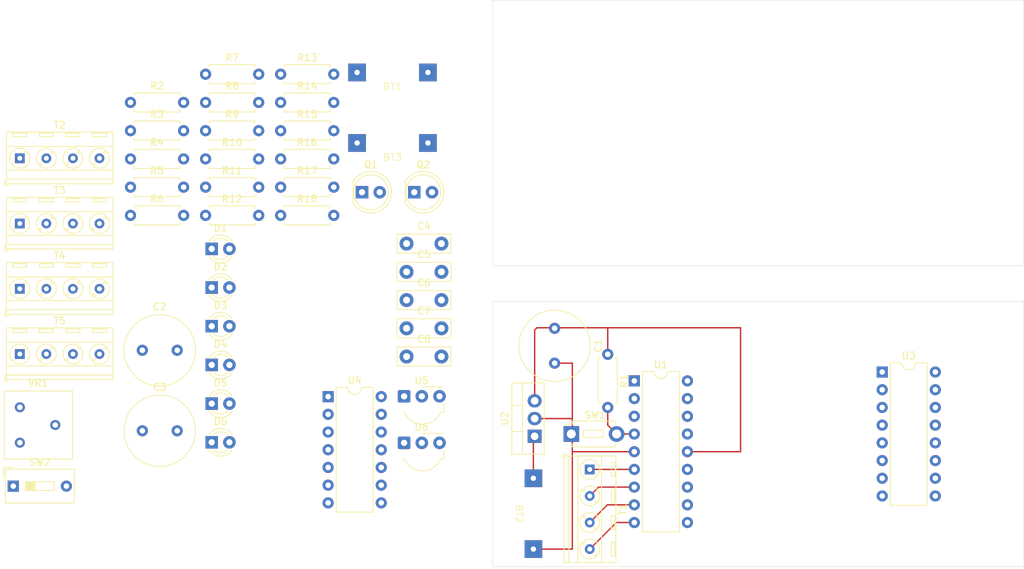
<source format=kicad_pcb>
(kicad_pcb (version 20240108) (generator "pcbnew") (generator_version "8.0")
  (layers (0 "F.Cu" signal) (31 "B.Cu" signal) (34 "B.Paste" user) (35 "F.Paste" user) (36 "B.SilkS" user "B.Silkscreen") (37 "F.SilkS" user "F.Silkscreen") (38 "B.Mask" user) (39 "F.Mask" user) (44 "Edge.Cuts" user))
  (net 0 "")
  (net 1 "Net-(D3-A)")
  (net 2 "Net-(D3-K)")
  (net 3 "Net-(Q1-C)")
  (net 4 "GNDREF")
  (net 5 "Net-(Q2-C)")
  (net 6 "Net-(U3-EN1,2)")
  (net 7 "Net-(T3-Pin_2)")
  (net 8 "Net-(T3-Pin_1)")
  (net 9 "Net-(T4-Pin_1)")
  (net 10 "Net-(U3-EN3,4)")
  (net 11 "Net-(U3-VCC1)")
  (net 12 "Net-(T4-Pin_4)")
  (net 13 "Net-(T4-Pin_3)")
  (net 14 "Net-(T3-Pin_4)")
  (net 15 "Net-(T3-Pin_3)")
  (net 16 "Net-(T4-Pin_2)")
  (net 17 "Net-(D2-K)")
  (net 18 "Net-(U5-Vs)")
  (net 19 "Net-(U6-Vs)")
  (net 20 "Net-(D6-K)")
  (net 21 "+6V")
  (net 22 "+5V")
  (net 23 "Net-(BT3--)")
  (net 24 "Net-(BT3-+)")
  (net 27 "Net-(C4-Pad2)")
  (net 28 "Net-(C4-Pad1)")
  (net 29 "Net-(D1-A)")
  (net 30 "Net-(D2-A)")
  (net 31 "Net-(D5-A)")
  (net 32 "Net-(D6-A)")
  (net 33 "Net-(U1-~{MCLR}{slash}Vpp{slash}RA5)")
  (net 34 "Net-(T5-Pin_1)")
  (net 35 "Net-(R7-Pad2)")
  (net 36 "Net-(R8-Pad2)")
  (net 37 "Net-(R9-Pad1)")
  (net 38 "Net-(T5-Pin_3)")
  (net 39 "Net-(T5-Pin_2)")
  (net 40 "Net-(T5-Pin_4)")
  (net 41 "Net-(T1-Pin_2)")
  (net 42 "Net-(T1-Pin_3)")
  (net 43 "Net-(T1-Pin_1)")
  (net 44 "Net-(T1-Pin_4)")
  (net 45 "Net-(T2-Pin_2)")
  (net 46 "Net-(T2-Pin_4)")
  (net 47 "Net-(T2-Pin_1)")
  (net 48 "Net-(T2-Pin_3)")
  (net 56 "Net-(BT2-+)")
  (net 57 "Net-(U4-Pad2)")
  (footprint "Resistor_THT:R_Axial_DIN0207_L6.3mm_D2.5mm_P7.62mm_Horizontal" (layer "F.Cu") (at 143.51 101.6 -90)
    (property "Reference" "R1" (at 3.81 -2.37 90) (layer "F.SilkS"))
    (property "Value" "4.7k")
    (pad "1" thru_hole circle (at 0 0 270) (size 1.6 1.6) (drill 0.8) (layers "*.Cu" "*.Mask") (net 22 "+5V"))
    (pad "2" thru_hole oval (at 7.62 0 270) (size 1.6 1.6) (drill 0.8) (layers "*.Cu" "*.Mask") (net 33 "Net-(U1-~{MCLR}{slash}Vpp{slash}RA5)"))
  )
  (footprint "Resistor_THT:R_Axial_DIN0207_L6.3mm_D2.5mm_P7.62mm_Horizontal" (layer "F.Cu") (at 96.59 73.57)
    (property "Reference" "R16" (at 3.81 -2.37 0) (layer "F.SilkS"))
    (property "Value" "220")
    (pad "1" thru_hole circle (at 0 0) (size 1.6 1.6) (drill 0.8) (layers "*.Cu" "*.Mask") (net 20 "Net-(D6-K)"))
    (pad "2" thru_hole oval (at 7.62 0) (size 1.6 1.6) (drill 0.8) (layers "*.Cu" "*.Mask") (net 40 "Net-(T5-Pin_4)"))
  )
  (footprint "Button_Switch_THT:SW_DIP_SPSTx01_Slide_9.78x4.72mm_W7.62mm_P2.54mm" (layer "F.Cu") (at 58.235 120.51)
    (property "Reference" "SW2" (at 3.81 -3.42 0) (layer "F.SilkS"))
    (property "Value" "SW_DIP_x01")
    (pad "1" thru_hole rect (at 0 0) (size 1.6 1.6) (drill 0.8) (layers "*.Cu" "*.Mask") (net 24 "Net-(BT3-+)"))
    (pad "2" thru_hole oval (at 7.62 0) (size 1.6 1.6) (drill 0.8) (layers "*.Cu" "*.Mask") (net 11 "Net-(U3-VCC1)"))
  )
  (footprint "LED_THT:LED_D3.0mm" (layer "F.Cu") (at 86.7 108.67)
    (property "Reference" "D5" (at 1.27 -2.96 0) (layer "F.SilkS"))
    (property "Value" "Super LED")
    (pad "1" thru_hole rect (at 0 0) (size 1.8 1.8) (drill 0.9) (layers "*.Cu" "*.Mask") (net 4 "GNDREF"))
    (pad "2" thru_hole circle (at 2.54 0) (size 1.8 1.8) (drill 0.9) (layers "*.Cu" "*.Mask") (net 31 "Net-(D5-A)"))
  )
  (footprint "Resistor_THT:R_Axial_DIN0207_L6.3mm_D2.5mm_P7.62mm_Horizontal" (layer "F.Cu") (at 75.05 69.52)
    (property "Reference" "R3" (at 3.81 -2.37 0) (layer "F.SilkS"))
    (property "Value" "10k")
    (pad "1" thru_hole circle (at 0 0) (size 1.6 1.6) (drill 0.8) (layers "*.Cu" "*.Mask") (net 11 "Net-(U3-VCC1)"))
    (pad "2" thru_hole oval (at 7.62 0) (size 1.6 1.6) (drill 0.8) (layers "*.Cu" "*.Mask") (net 10 "Net-(U3-EN3,4)"))
  )
  (footprint "Resistor_THT:R_Axial_DIN0207_L6.3mm_D2.5mm_P7.62mm_Horizontal" (layer "F.Cu") (at 96.59 81.67)
    (property "Reference" "R18" (at 3.81 -2.37 0) (layer "F.SilkS"))
    (property "Value" "100")
    (pad "1" thru_hole circle (at 0 0) (size 1.6 1.6) (drill 0.8) (layers "*.Cu" "*.Mask") (net 19 "Net-(U6-Vs)"))
    (pad "2" thru_hole oval (at 7.62 0) (size 1.6 1.6) (drill 0.8) (layers "*.Cu" "*.Mask") (net 21 "+6V"))
  )
  (footprint "Capacitor_THT:C_Disc_D7.5mm_W2.5mm_P5.00mm" (layer "F.Cu") (at 114.65 97.87)
    (property "Reference" "C7" (at 2.5 -2.5 0) (layer "F.SilkS"))
    (property "Value" "1uF")
    (pad "1" thru_hole circle (at 0 0) (size 2 2) (drill 1) (layers "*.Cu" "*.Mask") (net 21 "+6V"))
    (pad "2" thru_hole circle (at 5 0) (size 2 2) (drill 1) (layers "*.Cu" "*.Mask") (net 20 "Net-(D6-K)"))
  )
  (footprint "Resistor_THT:R_Axial_DIN0207_L6.3mm_D2.5mm_P7.62mm_Horizontal" (layer "F.Cu") (at 85.82 69.52)
    (property "Reference" "R9" (at 3.81 -2.37 0) (layer "F.SilkS"))
    (property "Value" "3.3k")
    (pad "1" thru_hole circle (at 0 0) (size 1.6 1.6) (drill 0.8) (layers "*.Cu" "*.Mask") (net 37 "Net-(R9-Pad1)"))
    (pad "2" thru_hole oval (at 7.62 0) (size 1.6 1.6) (drill 0.8) (layers "*.Cu" "*.Mask") (net 28 "Net-(C4-Pad1)"))
  )
  (footprint "TerminalBlock_MetzConnect:TerminalBlock_MetzConnect_Type086_RT03404HBLC_1x04_P3.81mm_Horizontal" (layer "F.Cu") (at 59.17 82.84)
    (property "Reference" "T3" (at 5.715 -4.76 0) (layer "F.SilkS"))
    (property "Value" "Screw_Terminal_01x04")
    (pad "1" thru_hole rect (at 0 0) (size 1.4 1.4) (drill 0.7) (layers "*.Cu" "*.Mask") (net 8 "Net-(T3-Pin_1)"))
    (pad "2" thru_hole circle (at 3.81 0) (size 1.4 1.4) (drill 0.7) (layers "*.Cu" "*.Mask") (net 7 "Net-(T3-Pin_2)"))
    (pad "3" thru_hole circle (at 7.62 0) (size 1.4 1.4) (drill 0.7) (layers "*.Cu" "*.Mask") (net 15 "Net-(T3-Pin_3)"))
    (pad "4" thru_hole circle (at 11.43 0) (size 1.4 1.4) (drill 0.7) (layers "*.Cu" "*.Mask") (net 14 "Net-(T3-Pin_4)"))
  )
  (footprint "OptoDevice:Vishay_MOLD-3Pin" (layer "F.Cu") (at 114.3 107.62)
    (property "Reference" "U5" (at 2.5 -2.25 180) (layer "F.SilkS"))
    (property "Value" "TSOP4038")
    (pad "1" thru_hole roundrect (at 0 0) (size 1.8 1.8) (drill 0.9) (layers "*.Cu" "*.Mask") (roundrect_rratio 0.138) (net 17 "Net-(D2-K)"))
    (pad "2" thru_hole circle (at 2.54 0) (size 1.8 1.8) (drill 0.9) (layers "*.Cu" "*.Mask") (net 4 "GNDREF"))
    (pad "3" thru_hole circle (at 5.08 0) (size 1.8 1.8) (drill 0.9) (layers "*.Cu" "*.Mask") (net 18 "Net-(U5-Vs)"))
  )
  (footprint "Capacitor_THT:C_Disc_D7.5mm_W2.5mm_P5.00mm" (layer "F.Cu") (at 114.65 101.92)
    (property "Reference" "C8" (at 2.5 -2.5 0) (layer "F.SilkS"))
    (property "Value" "0.1uF")
    (pad "1" thru_hole circle (at 0 0) (size 2 2) (drill 1) (layers "*.Cu" "*.Mask") (net 4 "GNDREF"))
    (pad "2" thru_hole circle (at 5 0) (size 2 2) (drill 1) (layers "*.Cu" "*.Mask") (net 19 "Net-(U6-Vs)"))
  )
  (footprint "Resistor_THT:R_Axial_DIN0207_L6.3mm_D2.5mm_P7.62mm_Horizontal" (layer "F.Cu") (at 75.05 81.67)
    (property "Reference" "R6" (at 3.81 -2.37 0) (layer "F.SilkS"))
    (property "Value" "100")
    (pad "1" thru_hole circle (at 0 0) (size 1.6 1.6) (drill 0.8) (layers "*.Cu" "*.Mask") (net 34 "Net-(T5-Pin_1)"))
    (pad "2" thru_hole oval (at 7.62 0) (size 1.6 1.6) (drill 0.8) (layers "*.Cu" "*.Mask") (net 3 "Net-(Q1-C)"))
  )
  (footprint "Resistor_THT:R_Axial_DIN0207_L6.3mm_D2.5mm_P7.62mm_Horizontal" (layer "F.Cu") (at 96.59 77.62)
    (property "Reference" "R17" (at 3.81 -2.37 0) (layer "F.SilkS"))
    (property "Value" "220")
    (pad "1" thru_hole circle (at 0 0) (size 1.6 1.6) (drill 0.8) (layers "*.Cu" "*.Mask") (net 21 "+6V"))
    (pad "2" thru_hole oval (at 7.62 0) (size 1.6 1.6) (drill 0.8) (layers "*.Cu" "*.Mask") (net 32 "Net-(D6-A)"))
  )
  (footprint "TerminalBlock_MetzConnect:TerminalBlock_MetzConnect_Type086_RT03404HBLC_1x04_P3.81mm_Horizontal" (layer "F.Cu") (at 59.17 92.2)
    (property "Reference" "T4" (at 5.715 -4.76 0) (layer "F.SilkS"))
    (property "Value" "Screw_Terminal_01x04")
    (pad "1" thru_hole rect (at 0 0) (size 1.4 1.4) (drill 0.7) (layers "*.Cu" "*.Mask") (net 9 "Net-(T4-Pin_1)"))
    (pad "2" thru_hole circle (at 3.81 0) (size 1.4 1.4) (drill 0.7) (layers "*.Cu" "*.Mask") (net 16 "Net-(T4-Pin_2)"))
    (pad "3" thru_hole circle (at 7.62 0) (size 1.4 1.4) (drill 0.7) (layers "*.Cu" "*.Mask") (net 13 "Net-(T4-Pin_3)"))
    (pad "4" thru_hole circle (at 11.43 0) (size 1.4 1.4) (drill 0.7) (layers "*.Cu" "*.Mask") (net 12 "Net-(T4-Pin_4)"))
  )
  (footprint "LED_THT:LED_D3.0mm" (layer "F.Cu") (at 86.7 86.47)
    (property "Reference" "D1" (at 1.27 -2.96 0) (layer "F.SilkS"))
    (property "Value" "Super LED")
    (pad "1" thru_hole rect (at 0 0) (size 1.8 1.8) (drill 0.9) (layers "*.Cu" "*.Mask") (net 4 "GNDREF"))
    (pad "2" thru_hole circle (at 2.54 0) (size 1.8 1.8) (drill 0.9) (layers "*.Cu" "*.Mask") (net 29 "Net-(D1-A)"))
  )
  (footprint "Battery:Battery_Pads" (layer "F.Cu") (at 112.635 63.705)
    (property "Reference" "BT1" (at 0 -0.5 0) (layer "F.SilkS") (effects (font (thickness 0.1))))
    (property "Value" "4xAA")
    (pad "1" thru_hole rect (at -5.08 -2.54) (size 2.54 2.54) (drill 0.762) (layers "*.Cu" "*.Mask") (net 21 "+6V"))
    (pad "2" thru_hole rect (at 5.08 -2.54) (size 2.54 2.54) (drill 0.762) (layers "*.Cu" "*.Mask") (net 4 "GNDREF"))
  )
  (footprint "Resistor_THT:R_Axial_DIN0207_L6.3mm_D2.5mm_P7.62mm_Horizontal" (layer "F.Cu") (at 75.05 65.47)
    (property "Reference" "R2" (at 3.81 -2.37 0) (layer "F.SilkS"))
    (property "Value" "10k")
    (pad "1" thru_hole circle (at 0 0) (size 1.6 1.6) (drill 0.8) (layers "*.Cu" "*.Mask") (net 6 "Net-(U3-EN1,2)"))
    (pad "2" thru_hole oval (at 7.62 0) (size 1.6 1.6) (drill 0.8) (layers "*.Cu" "*.Mask") (net 11 "Net-(U3-VCC1)"))
  )
  (footprint "Package_TO_SOT_THT:TO-220-3_Vertical" (layer "F.Cu") (at 133.025 113.355 90)
    (property "Reference" "U2" (at 2.54 -4.27 270) (layer "F.SilkS"))
    (property "Value" "L7805")
    (pad "1" thru_hole rect (at 0 0 90) (size 1.905 2) (drill 1.1) (layers "*.Cu" "*.Mask") (net 56 "Net-(BT2-+)"))
    (pad "2" thru_hole oval (at 2.54 0 90) (size 1.905 2) (drill 1.1) (layers "*.Cu" "*.Mask") (net 4 "GNDREF"))
    (pad "3" thru_hole oval (at 5.08 0 90) (size 1.905 2) (drill 1.1) (layers "*.Cu" "*.Mask") (net 22 "+5V"))
  )
  (footprint "Resistor_THT:R_Axial_DIN0207_L6.3mm_D2.5mm_P7.62mm_Horizontal" (layer "F.Cu") (at 85.82 73.57)
    (property "Reference" "R10" (at 3.81 -2.37 0) (layer "F.SilkS"))
    (property "Value" "100")
    (pad "1" thru_hole circle (at 0 0) (size 1.6 1.6) (drill 0.8) (layers "*.Cu" "*.Mask") (net 18 "Net-(U5-Vs)"))
    (pad "2" thru_hole oval (at 7.62 0) (size 1.6 1.6) (drill 0.8) (layers "*.Cu" "*.Mask") (net 21 "+6V"))
  )
  (footprint "Resistor_THT:R_Axial_DIN0207_L6.3mm_D2.5mm_P7.62mm_Horizontal" (layer "F.Cu") (at 96.59 69.52)
    (property "Reference" "R15" (at 3.81 -2.37 0) (layer "F.SilkS"))
    (property "Value" "100")
    (pad "1" thru_hole circle (at 0 0) (size 1.6 1.6) (drill 0.8) (layers "*.Cu" "*.Mask") (net 39 "Net-(T5-Pin_2)"))
    (pad "2" thru_hole oval (at 7.62 0) (size 1.6 1.6) (drill 0.8) (layers "*.Cu" "*.Mask") (net 5 "Net-(Q2-C)"))
  )
  (footprint "TerminalBlock_MetzConnect:TerminalBlock_MetzConnect_Type086_RT03404HBLC_1x04_P3.81mm_Horizontal" (layer "F.Cu") (at 59.17 101.56)
    (property "Reference" "T5" (at 5.715 -4.76 0) (layer "F.SilkS"))
    (property "Value" "Screw_Terminal_01x04")
    (pad "1" thru_hole rect (at 0 0) (size 1.4 1.4) (drill 0.7) (layers "*.Cu" "*.Mask") (net 34 "Net-(T5-Pin_1)"))
    (pad "2" thru_hole circle (at 3.81 0) (size 1.4 1.4) (drill 0.7) (layers "*.Cu" "*.Mask") (net 39 "Net-(T5-Pin_2)"))
    (pad "3" thru_hole circle (at 7.62 0) (size 1.4 1.4) (drill 0.7) (layers "*.Cu" "*.Mask") (net 38 "Net-(T5-Pin_3)"))
    (pad "4" thru_hole circle (at 11.43 0) (size 1.4 1.4) (drill 0.7) (layers "*.Cu" "*.Mask") (net 40 "Net-(T5-Pin_4)"))
  )
  (footprint "TerminalBlock_MetzConnect:TerminalBlock_MetzConnect_Type086_RT03404HBLC_1x04_P3.81mm_Horizontal" (layer "F.Cu") (at 59.17 73.48)
    (property "Reference" "T2" (at 5.715 -4.76 0) (layer "F.SilkS"))
    (property "Value" "Screw_Terminal_01x04")
    (pad "1" thru_hole rect (at 0 0) (size 1.4 1.4) (drill 0.7) (layers "*.Cu" "*.Mask") (net 47 "Net-(T2-Pin_1)"))
    (pad "2" thru_hole circle (at 3.81 0) (size 1.4 1.4) (drill 0.7) (layers "*.Cu" "*.Mask") (net 45 "Net-(T2-Pin_2)"))
    (pad "3" thru_hole circle (at 7.62 0) (size 1.4 1.4) (drill 0.7) (layers "*.Cu" "*.Mask") (net 48 "Net-(T2-Pin_3)"))
    (pad "4" thru_hole circle (at 11.43 0) (size 1.4 1.4) (drill 0.7) (layers "*.Cu" "*.Mask") (net 46 "Net-(T2-Pin_4)"))
  )
  (footprint "LED_THT:LED_D3.0mm_IRBlack" (layer "F.Cu") (at 86.7 103.12)
    (property "Reference" "D4" (at 1.27 -2.96 0) (layer "F.SilkS"))
    (property "Value" "IR LED")
    (pad "1" thru_hole rect (at 0 0) (size 1.8 1.8) (drill 0.9) (layers "*.Cu" "*.Mask") (net 2 "Net-(D3-K)"))
    (pad "2" thru_hole circle (at 2.54 0) (size 1.8 1.8) (drill 0.9) (layers "*.Cu" "*.Mask") (net 1 "Net-(D3-A)"))
  )
  (footprint "Resistor_THT:R_Axial_DIN0207_L6.3mm_D2.5mm_P7.62mm_Horizontal" (layer "F.Cu") (at 85.82 65.47)
    (property "Reference" "R8" (at 3.81 -2.37 0) (layer "F.SilkS"))
    (property "Value" "230")
    (pad "1" thru_hole circle (at 0 0) (size 1.6 1.6) (drill 0.8) (layers "*.Cu" "*.Mask") (net 2 "Net-(D3-K)"))
    (pad "2" thru_hole oval (at 7.62 0) (size 1.6 1.6) (drill 0.8) (layers "*.Cu" "*.Mask") (net 36 "Net-(R8-Pad2)"))
  )
  (footprint "Package_DIP:DIP-16_W7.62mm" (layer "F.Cu") (at 182.88 104.14)
    (property "Reference" "U3" (at 3.81 -2.33 0) (layer "F.SilkS"))
    (property "Value" "L293D")
    (pad "1" thru_hole rect (at 0 0) (size 1.6 1.6) (drill 0.8) (layers "*.Cu" "*.Mask") (net 6 "Net-(U3-EN1,2)"))
    (pad "2" thru_hole oval (at 0 2.54) (size 1.6 1.6) (drill 0.8) (layers "*.Cu" "*.Mask") (net 8 "Net-(T3-Pin_1)"))
    (pad "3" thru_hole oval (at 0 5.08) (size 1.6 1.6) (drill 0.8) (layers "*.Cu" "*.Mask") (net 7 "Net-(T3-Pin_2)"))
    (pad "4" thru_hole oval (at 0 7.62) (size 1.6 1.6) (drill 0.8) (layers "*.Cu" "*.Mask") (net 4 "GNDREF"))
    (pad "5" thru_hole oval (at 0 10.16) (size 1.6 1.6) (drill 0.8) (layers "*.Cu" "*.Mask") (net 4 "GNDREF"))
    (pad "6" thru_hole oval (at 0 12.7) (size 1.6 1.6) (drill 0.8) (layers "*.Cu" "*.Mask") (net 15 "Net-(T3-Pin_3)"))
    (pad "7" thru_hole oval (at 0 15.24) (size 1.6 1.6) (drill 0.8) (layers "*.Cu" "*.Mask") (net 14 "Net-(T3-Pin_4)"))
    (pad "8" thru_hole oval (at 0 17.78) (size 1.6 1.6) (drill 0.8) (layers "*.Cu" "*.Mask") (net 11 "Net-(U3-VCC1)"))
    (pad "9" thru_hole oval (at 7.62 17.78) (size 1.6 1.6) (drill 0.8) (layers "*.Cu" "*.Mask") (net 10 "Net-(U3-EN3,4)"))
    (pad "10" thru_hole oval (at 7.62 15.24) (size 1.6 1.6) (drill 0.8) (layers "*.Cu" "*.Mask") (net 12 "Net-(T4-Pin_4)"))
    (pad "11" thru_hole oval (at 7.62 12.7) (size 1.6 1.6) (drill 0.8) (layers "*.Cu" "*.Mask") (net 13 "Net-(T4-Pin_3)"))
    (pad "12" thru_hole oval (at 7.62 10.16) (size 1.6 1.6) (drill 0.8) (layers "*.Cu" "*.Mask") (net 4 "GNDREF"))
    (pad "13" thru_hole oval (at 7.62 7.62) (size 1.6 1.6) (drill 0.8) (layers "*.Cu" "*.Mask") (net 4 "GNDREF"))
    (pad "14" thru_hole oval (at 7.62 5.08) (size 1.6 1.6) (drill 0.8) (layers "*.Cu" "*.Mask") (net 16 "Net-(T4-Pin_2)"))
    (pad "15" thru_hole oval (at 7.62 2.54) (size 1.6 1.6) (drill 0.8) (layers "*.Cu" "*.Mask") (net 9 "Net-(T4-Pin_1)"))
    (pad "16" thru_hole oval (at 7.62 0) (size 1.6 1.6) (drill 0.8) (layers "*.Cu" "*.Mask") (net 11 "Net-(U3-VCC1)"))
  )
  (footprint "Capacitor_THT:C_Disc_D7.5mm_W2.5mm_P5.00mm" (layer "F.Cu") (at 114.65 89.77)
    (property "Reference" "C5" (at 2.5 -2.5 0) (layer "F.SilkS"))
    (property "Value" "0.1uF")
    (pad "1" thru_hole circle (at 0 0) (size 2 2) (drill 1) (layers "*.Cu" "*.Mask") (net 4 "GNDREF"))
    (pad "2" thru_hole circle (at 5 0) (size 2 2) (drill 1) (layers "*.Cu" "*.Mask") (net 18 "Net-(U5-Vs)"))
  )
  (footprint "Capacitor_THT:C_Radial_D10.0mm_H12.5mm_P5.00mm" (layer "F.Cu") (at 135.89 97.87 -90)
    (property "Reference" "C1" (at 2.5 -6.25 90) (layer "F.SilkS"))
    (property "Value" "1000uF")
    (pad "1" thru_hole circle (at 0 0 270) (size 1.6 1.6) (drill 0.8) (layers "*.Cu" "*.Mask") (net 22 "+5V"))
    (pad "2" thru_hole circle (at 5 0 270) (size 1.6 1.6) (drill 0.8) (layers "*.Cu" "*.Mask") (net 4 "GNDREF"))
  )
  (footprint "LED_THT:LED_D3.0mm" (layer "F.Cu") (at 86.7 114.22)
    (property "Reference" "D6" (at 1.27 -2.96 0) (layer "F.SilkS"))
    (property "Value" "LED")
    (pad "1" thru_hole rect (at 0 0) (size 1.8 1.8) (drill 0.9) (layers "*.Cu" "*.Mask") (net 20 "Net-(D6-K)"))
    (pad "2" thru_hole circle (at 2.54 0) (size 1.8 1.8) (drill 0.9) (layers "*.Cu" "*.Mask") (net 32 "Net-(D6-A)"))
  )
  (footprint "LED_THT:LED_D3.0mm" (layer "F.Cu") (at 86.7 92.02)
    (property "Reference" "D2" (at 1.27 -2.96 0) (layer "F.SilkS"))
    (property "Value" "LED")
    (pad "1" thru_hole rect (at 0 0) (size 1.8 1.8) (drill 0.9) (layers "*.Cu" "*.Mask") (net 17 "Net-(D2-K)"))
    (pad "2" thru_hole circle (at 2.54 0) (size 1.8 1.8) (drill 0.9) (layers "*.Cu" "*.Mask") (net 30 "Net-(D2-A)"))
  )
  (footprint "Capacitor_THT:C_Radial_D10.0mm_H20.0mm_P5.00mm" (layer "F.Cu") (at 76.75 101.02)
    (property "Reference" "C2" (at 2.5 -6.25 0) (layer "F.SilkS"))
    (property "Value" "1000uF")
    (pad "1" thru_hole circle (at 0 0) (size 1.6 1.6) (drill 0.8) (layers "*.Cu" "*.Mask") (net 24 "Net-(BT3-+)"))
    (pad "2" thru_hole circle (at 5 0) (size 1.6 1.6) (drill 0.8) (layers "*.Cu" "*.Mask") (net 23 "Net-(BT3--)"))
  )
  (footprint "Resistor_THT:R_Axial_DIN0207_L6.3mm_D2.5mm_P7.62mm_Horizontal" (layer "F.Cu") (at 85.82 81.67)
    (property "Reference" "R12" (at 3.81 -2.37 0) (layer "F.SilkS"))
    (property "Value" "220")
    (pad "1" thru_hole circle (at 0 0) (size 1.6 1.6) (drill 0.8) (layers "*.Cu" "*.Mask") (net 17 "Net-(D2-K)"))
    (pad "2" thru_hole oval (at 7.62 0) (size 1.6 1.6) (drill 0.8) (layers "*.Cu" "*.Mask") (net 38 "Net-(T5-Pin_3)"))
  )
  (footprint "Capacitor_THT:C_Disc_D7.5mm_W2.5mm_P5.00mm" (layer "F.Cu") (at 114.65 93.82)
    (property "Reference" "C6" (at 2.5 -2.5 0) (layer "F.SilkS"))
    (property "Value" "1uF")
    (pad "1" thru_hole circle (at 0 0) (size 2 2) (drill 1) (layers "*.Cu" "*.Mask") (net 21 "+6V"))
    (pad "2" thru_hole circle (at 5 0) (size 2 2) (drill 1) (layers "*.Cu" "*.Mask") (net 17 "Net-(D2-K)"))
  )
  (footprint "Potentiometer_THT:Potentiometer_Bourns_3386F_Vertical" (layer "F.Cu") (at 59.18 114.28)
    (property "Reference" "VR1" (at 2.655 -8.555 0) (layer "F.SilkS"))
    (property "Value" "10k")
    (pad "1" thru_hole circle (at 0 0) (size 1.44 1.44) (drill 0.8) (layers "*.Cu" "*.Mask") (net 57 "Net-(U4-Pad2)"))
    (pad "2" thru_hole circle (at 5.08 -2.54) (size 1.44 1.44) (drill 0.8) (layers "*.Cu" "*.Mask") (net 37 "Net-(R9-Pad1)"))
    (pad "3" thru_hole circle (at 0 -5.08) (size 1.44 1.44) (drill 0.8) (layers "*.Cu" "*.Mask") (net 37 "Net-(R9-Pad1)"))
  )
  (footprint "Resistor_THT:R_Axial_DIN0207_L6.3mm_D2.5mm_P7.62mm_Horizontal" (layer "F.Cu") (at 85.82 61.42)
    (property "Reference" "R7" (at 3.81 -2.37 0) (layer "F.SilkS"))
    (property "Value" "100k")
    (pad "1" thru_hole circle (at 0 0) (size 1.6 1.6) (drill 0.8) (layers "*.Cu" "*.Mask") (net 28 "Net-(C4-Pad1)"))
    (pad "2" thru_hole oval (at 7.62 0) (size 1.6 1.6) (drill 0.8) (layers "*.Cu" "*.Mask") (net 35 "Net-(R7-Pad2)"))
  )
  (footprint "Resistor_THT:R_Axial_DIN0207_L6.3mm_D2.5mm_P7.62mm_Horizontal" (layer "F.Cu") (at 85.82 77.62)
    (property "Reference" "R11" (at 3.81 -2.37 0) (layer "F.SilkS"))
    (property "Value" "220")
    (pad "1" thru_hole circle (at 0 0) (size 1.6 1.6) (drill 0.8) (layers "*.Cu" "*.Mask") (net 21 "+6V"))
    (pad "2" thru_hole oval (at 7.62 0) (size 1.6 1.6) (drill 0.8) (layers "*.Cu" "*.Mask") (net 30 "Net-(D2-A)"))
  )
  (footprint "TerminalBlock_MetzConnect:TerminalBlock_MetzConnect_Type086_RT03404HBLC_1x04_P3.81mm_Horizontal" (layer "F.Cu") (at 140.925 118.11 -90)
    (property "Reference" "T1" (at 5.715 -4.76 90) (layer "F.SilkS"))
    (property "Value" "Screw_Terminal_01x04")
    (pad "1" thru_hole rect (at 0 0 270) (size 1.4 1.4) (drill 0.7) (layers "*.Cu" "*.Mask") (net 43 "Net-(T1-Pin_1)"))
    (pad "2" thru_hole circle (at 3.81 0 270) (size 1.4 1.4) (drill 0.7) (layers "*.Cu" "*.Mask") (net 41 "Net-(T1-Pin_2)"))
    (pad "3" thru_hole circle (at 7.62 0 270) (size 1.4 1.4) (drill 0.7) (layers "*.Cu" "*.Mask") (net 42 "Net-(T1-Pin_3)"))
    (pad "4" thru_hole circle (at 11.43 0 270) (size 1.4 1.4) (drill 0.7) (layers "*.Cu" "*.Mask") (net 44 "Net-(T1-Pin_4)"))
  )
  (footprint "Resistor_THT:R_Axial_DIN0207_L6.3mm_D2.5mm_P7.62mm_Horizontal" (layer "F.Cu") (at 96.59 65.47)
    (property "Reference" "R14" (at 3.81 -2.37 0) (layer "F.SilkS"))
    (property "Value" "47k")
    (pad "1" thru_hole circle (at 0 0) (size 1.6 1.6) (drill 0.8) (layers "*.Cu" "*.Mask") (net 21 "+6V"))
    (pad "2" thru_hole oval (at 7.62 0) (size 1.6 1.6) (drill 0.8) (layers "*.Cu" "*.Mask") (net 5 "Net-(Q2-C)"))
  )
  (footprint "Button_Switch_THT:SW_PUSH_1P1T_6x3.5mm_H5.0_APEM_MJTP1250" (layer "F.Cu") (at 138.28 113.03)
    (property "Reference" "SW1" (at 3.42 -2.7 0) (layer "F.SilkS"))
    (property "Value" "SW_Push")
    (pad "1" thru_hole rect (at 0 0 90) (size 2.25 2.25) (drill 1.3) (layers "*.Cu" "*.Mask") (net 4 "GNDREF"))
    (pad "2" thru_hole circle (at 6.5 0 90) (size 2.25 2.25) (drill 1.3) (layers "*.Cu" "*.Mask") (net 33 "Net-(U1-~{MCLR}{slash}Vpp{slash}RA5)"))
  )
  (footprint "Resistor_THT:R_Axial_DIN0207_L6.3mm_D2.5mm_P7.62mm_Horizontal" (layer "F.Cu") (at 96.59 61.42)
    (property "Reference" "R13" (at 3.81 -2.37 0) (layer "F.SilkS"))
    (property "Value" "230")
    (pad "1" thru_hole circle (at 0 0) (size 1.6 1.6) (drill 0.8) (layers "*.Cu" "*.Mask") (net 21 "+6V"))
    (pad "2" thru_hole oval (at 7.62 0) (size 1.6 1.6) (drill 0.8) (layers "*.Cu" "*.Mask") (net 31 "Net-(D5-A)"))
  )
  (footprint "Battery:Battery_Pads" (layer "F.Cu") (at 130.3 124.46 -90)
    (property "Reference" "BT2" (at 0 -0.5 -90) (layer "F.SilkS") (effects (font (thickness 0.1))))
    (property "Value" "9V")
    (pad "1" thru_hole rect (at -5.08 -2.54 270) (size 2.54 2.54) (drill 0.762) (layers "*.Cu" "*.Mask") (net 56 "Net-(BT2-+)"))
    (pad "2" thru_hole rect (at 5.08 -2.54 270) (size 2.54 2.54) (drill 0.762) (layers "*.Cu" "*.Mask") (net 4 "GNDREF"))
  )
  (footprint "Resistor_THT:R_Axial_DIN0207_L6.3mm_D2.5mm_P7.62mm_Horizontal" (layer "F.Cu") (at 75.05 77.62)
    (property "Reference" "R5" (at 3.81 -2.37 0) (layer "F.SilkS"))
    (property "Value" "47k")
    (pad "1" thru_hole circle (at 0 0) (size 1.6 1.6) (drill 0.8) (layers "*.Cu" "*.Mask") (net 21 "+6V"))
    (pad "2" thru_hole oval (at 7.62 0) (size 1.6 1.6) (drill 0.8) (layers "*.Cu" "*.Mask") (net 3 "Net-(Q1-C)"))
  )
  (footprint "Package_DIP:DIP-18_W7.62mm" (layer "F.Cu") (at 147.32 105.41)
    (property "Reference" "U1" (at 3.81 -2.33 0) (layer "F.SilkS"))
    (property "Value" "PIC16F628A-IP")
    (pad "1" thru_hole rect (at 0 0) (size 1.6 1.6) (drill 0.8) (layers "*.Cu" "*.Mask") (net 45 "Net-(T2-Pin_2)"))
    (pad "2" thru_hole oval (at 0 2.54) (size 1.6 1.6) (drill 0.8) (layers "*.Cu" "*.Mask") (net 47 "Net-(T2-Pin_1)"))
    (pad "3" thru_hole oval (at 0 5.08) (size 1.6 1.6) (drill 0.8) (layers "*.Cu" "*.Mask"))
    (pad "4" thru_hole oval (at 0 7.62) (size 1.6 1.6) (drill 0.8) (layers "*.Cu" "*.Mask") (net 33 "Net-(U1-~{MCLR}{slash}Vpp{slash}RA5)"))
    (pad "5" thru_hole oval (at 0 10.16) (size 1.6 1.6) (drill 0.8) (layers "*.Cu" "*.Mask") (net 4 "GNDREF"))
    (pad "6" thru_hole oval (at 0 12.7) (size 1.6 1.6) (drill 0.8) (layers "*.Cu" "*.Mask") (net 43 "Net-(T1-Pin_1)"))
    (pad "7" thru_hole oval (at 0 15.24) (size 1.6 1.6) (drill 0.8) (layers "*.Cu" "*.Mask") (net 41 "Net-(T1-Pin_2)"))
    (pad "8" thru_hole oval (at 0 17.78) (size 1.6 1.6) (drill 0.8) (layers "*.Cu" "*.Mask") (net 42 "Net-(T1-Pin_3)"))
    (pad "9" thru_hole oval (at 0 20.32) (size 1.6 1.6) (drill 0.8) (layers "*.Cu" "*.Mask") (net 44 "Net-(T1-Pin_4)"))
    (pad "10" thru_hole oval (at 7.62 20.32) (size 1.6 1.6) (drill 0.8) (layers "*.Cu" "*.Mask"))
    (pad "11" thru_hole oval (at 7.62 17.78) (size 1.6 1.6) (drill 0.8) (layers "*.Cu" "*.Mask"))
    (pad "12" thru_hole oval (at 7.62 15.24) (size 1.6 1.6) (drill 0.8) (layers "*.Cu" "*.Mask"))
    (pad "13" thru_hole oval (at 7.62 12.7) (size 1.6 1.6) (drill 0.8) (layers "*.Cu" "*.Mask"))
    (pad "14" thru_hole oval (at 7.62 10.16) (size 1.6 1.6) (drill 0.8) (layers "*.Cu" "*.Mask") (net 22 "+5V"))
    (pad "15" thru_hole oval (at 7.62 7.62) (size 1.6 1.6) (drill 0.8) (layers "*.Cu" "*.Mask"))
    (pad "16" thru_hole oval (at 7.62 5.08) (size 1.6 1.6) (drill 0.8) (layers "*.Cu" "*.Mask"))
    (pad "17" thru_hole oval (at 7.62 2.54) (size 1.6 1.6) (drill 0.8) (layers "*.Cu" "*.Mask") (net 46 "Net-(T2-Pin_4)"))
    (pad "18" thru_hole oval (at 7.62 0) (size 1.6 1.6) (drill 0.8) (layers "*.Cu" "*.Mask") (net 48 "Net-(T2-Pin_3)"))
  )
  (footprint "LED_THT:LED_D5.0mm_Clear" (layer "F.Cu") (at 115.76 78.35)
    (property "Reference" "Q2" (at 1.27 -3.96 0) (layer "F.SilkS"))
    (property "Value" "BPW40")
    (pad "1" thru_hole rect (at 0 0) (size 1.8 1.8) (drill 0.9) (layers "*.Cu" "*.Mask") (net 5 "Net-(Q2-C)"))
    (pad "2" thru_hole circle (at 2.54 0) (size 1.8 1.8) (drill 0.9) (layers "*.Cu" "*.Mask") (net 4 "GNDREF"))
  )
  (footprint "Capacitor_THT:C_Radial_D10.0mm_H20.0mm_P5.00mm" (layer "F.Cu") (at 76.75 112.57)
    (property "Reference" "C3" (at 2.5 -6.25 0) (layer "F.SilkS"))
    (property "Value" "1000uF")
    (pad "1" thru_hole circle (at 0 0) (size 1.6 1.6) (drill 0.8) (layers "*.Cu" "*.Mask"))
    (pad "2" thru_hole circle (at 5 0) (size 1.6 1.6) (drill 0.8) (layers "*.Cu" "*.Mask"))
  )
  (footprint "Battery:Battery_Pads" (layer "F.Cu") (at 112.635 73.825)
    (property "Reference" "BT3" (at 0 -0.5 0) (layer "F.SilkS") (effects (font (thickness 0.1))))
    (property "Value" "6xAA")
    (pad "1" thru_hole rect (at -5.08 -2.54) (size 2.54 2.54) (drill 0.762) (layers "*.Cu" "*.Mask") (net 24 "Net-(BT3-+)"))
    (pad "2" thru_hole rect (at 5.08 -2.54) (size 2.54 2.54) (drill 0.762) (layers "*.Cu" "*.Mask") (net 23 "Net-(BT3--)"))
  )
  (footprint "LED_THT:LED_D3.0mm_IRBlack" (layer "F.Cu") (at 86.7 97.57)
    (property "Reference" "D3" (at 1.27 -2.96 0) (layer "F.SilkS"))
    (property "Value" "IR LED")
    (pad "1" thru_hole rect (at 0 0) (size 1.8 1.8) (drill 0.9) (layers "*.Cu" "*.Mask") (net 2 "Net-(D3-K)"))
    (pad "2" thru_hole circle (at 2.54 0) (size 1.8 1.8) (drill 0.9) (layers "*.Cu" "*.Mask") (net 1 "Net-(D3-A)"))
  )
  (footprint "Resistor_THT:R_Axial_DIN0207_L6.3mm_D2.5mm_P7.62mm_Horizontal" (layer "F.Cu") (at 75.05 73.57)
    (property "Reference" "R4" (at 3.81 -2.37 0) (layer "F.SilkS"))
    (property "Value" "230")
    (pad "1" thru_hole circle (at 0 0) (size 1.6 1.6) (drill 0.8) (layers "*.Cu" "*.Mask") (net 21 "+6V"))
    (pad "2" thru_hole oval (at 7.62 0) (size 1.6 1.6) (drill 0.8) (layers "*.Cu" "*.Mask") (net 29 "Net-(D1-A)"))
  )
  (footprint "Package_DIP:DIP-14_W7.62mm" (layer "F.Cu") (at 103.4 107.67)
    (property "Reference" "U4" (at 3.81 -2.33 0) (layer "F.SilkS"))
    (property "Value" "74HC04")
    (pad "1" thru_hole rect (at 0 0) (size 1.6 1.6) (drill 0.8) (layers "*.Cu" "*.Mask") (net 35 "Net-(R7-Pad2)"))
    (pad "2" thru_hole oval (at 0 2.54) (size 1.6 1.6) (drill 0.8) (layers "*.Cu" "*.Mask") (net 57 "Net-(U4-Pad2)"))
    (pad "3" thru_hole oval (at 0 5.08) (size 1.6 1.6) (drill 0.8) (layers "*.Cu" "*.Mask") (net 57 "Net-(U4-Pad2)"))
    (pad "4" thru_hole oval (at 0 7.62) (size 1.6 1.6) (drill 0.8) (layers "*.Cu" "*.Mask") (net 27 "Net-(C4-Pad2)"))
    (pad "5" thru_hole oval (at 0 10.16) (size 1.6 1.6) (drill 0.8) (layers "*.Cu" "*.Mask") (net 27 "Net-(C4-Pad2)"))
    (pad "6" thru_hole oval (at 0 12.7) (size 1.6 1.6) (drill 0.8) (layers "*.Cu" "*.Mask") (net 1 "Net-(D3-A)"))
    (pad "7" thru_hole oval (at 0 15.24) (size 1.6 1.6) (drill 0.8) (layers "*.Cu" "*.Mask") (net 4 "GNDREF"))
    (pad "8" thru_hole oval (at 7.62 15.24) (size 1.6 1.6) (drill 0.8) (layers "*.Cu" "*.Mask"))
    (pad "9" thru_hole oval (at 7.62 12.7) (size 1.6 1.6) (drill 0.8) (layers "*.Cu" "*.Mask"))
    (pad "10" thru_hole oval (at 7.62 10.16) (size 1.6 1.6) (drill 0.8) (layers "*.Cu" "*.Mask"))
    (pad "11" thru_hole oval (at 7.62 7.62) (size 1.6 1.6) (drill 0.8) (layers "*.Cu" "*.Mask"))
    (pad "12" thru_hole oval (at 7.62 5.08) (size 1.6 1.6) (drill 0.8) (layers "*.Cu" "*.Mask") (net 21 "+6V"))
    (pad "13" thru_hole oval (at 7.62 2.54) (size 1.6 1.6) (drill 0.8) (layers "*.Cu" "*.Mask") (net 36 "Net-(R8-Pad2)"))
    (pad "14" thru_hole oval (at 7.62 0) (size 1.6 1.6) (drill 0.8) (layers "*.Cu" "*.Mask") (net 21 "+6V"))
  )
  (footprint "LED_THT:LED_D5.0mm_Clear" (layer "F.Cu") (at 108.26 78.35)
    (property "Reference" "Q1" (at 1.27 -3.96 0) (layer "F.SilkS"))
    (property "Value" "BPW40")
    (pad "1" thru_hole rect (at 0 0) (size 1.8 1.8) (drill 0.9) (layers "*.Cu" "*.Mask") (net 3 "Net-(Q1-C)"))
    (pad "2" thru_hole circle (at 2.54 0) (size 1.8 1.8) (drill 0.9) (layers "*.Cu" "*.Mask") (net 4 "GNDREF"))
  )
  (footprint "OptoDevice:Vishay_MOLD-3Pin" (layer "F.Cu") (at 114.3 114.3)
    (property "Reference" "U6" (at 2.5 -2.25 180) (layer "F.SilkS"))
    (property "Value" "TSOP4038")
    (pad "1" thru_hole roundrect (at 0 0) (size 1.8 1.8) (drill 0.9) (layers "*.Cu" "*.Mask") (roundrect_rratio 0.138) (net 20 "Net-(D6-K)"))
    (pad "2" thru_hole circle (at 2.54 0) (size 1.8 1.8) (drill 0.9) (layers "*.Cu" "*.Mask") (net 4 "GNDREF"))
    (pad "3" thru_hole circle (at 5.08 0) (size 1.8 1.8) (drill 0.9) (layers "*.Cu" "*.Mask") (net 19 "Net-(U6-Vs)"))
  )
  (footprint "Capacitor_THT:C_Disc_D7.5mm_W2.5mm_P5.00mm" (layer "F.Cu") (at 114.65 85.72)
    (property "Reference" "C4" (at 2.5 -2.5 0) (layer "F.SilkS"))
    (property "Value" "1nF")
    (pad "1" thru_hole circle (at 0 0) (size 2 2) (drill 1) (layers "*.Cu" "*.Mask") (net 28 "Net-(C4-Pad1)"))
    (pad "2" thru_hole circle (at 5 0) (size 2 2) (drill 1) (layers "*.Cu" "*.Mask") (net 27 "Net-(C4-Pad2)"))
  )
  (gr_rect (start 127 93.98) (end 203.2 132.08) (stroke (width 0.05)) (fill none) (layer "Edge.Cuts"))
  (gr_rect (start 127 50.8) (end 203.2 88.9) (stroke (width 0.05)) (fill none) (layer "Edge.Cuts"))
  (segment (start 135.89 102.87) (end 138.43 102.87) (width 0.2) (layer "F.Cu") (net 4))
  (segment (start 138.43 110.815) (end 138.43 114.3) (width 0.2) (layer "F.Cu") (net 4))
  (segment (start 138.43 115.57) (end 147.32 115.57) (width 0.2) (layer "F.Cu") (net 4))
  (segment (start 138.43 102.87) (end 138.43 110.815) (width 0.2) (layer "F.Cu") (net 4))
  (segment (start 138.43 114.3) (end 138.43 129.54) (width 0.2) (layer "F.Cu") (net 4))
  (segment (start 133.025 110.815) (end 138.43 110.815) (width 0.2) (layer "F.Cu") (net 4))
  (segment (start 138.43 129.54) (end 132.84 129.54) (width 0.2) (layer "F.Cu") (net 4))
  (segment (start 133.025 98.115) (end 133.35 97.79) (width 0.2) (layer "F.Cu") (net 22))
  (segment (start 143.51 97.79) (end 143.51 101.6) (width 0.2) (layer "F.Cu") (net 22))
  (segment (start 162.56 97.79) (end 162.56 115.57) (width 0.2) (layer "F.Cu") (net 22))
  (segment (start 133.025 108.275) (end 133.025 98.115) (width 0.2) (layer "F.Cu") (net 22))
  (segment (start 162.56 115.57) (end 154.94 115.57) (width 0.2) (layer "F.Cu") (net 22))
  (segment (start 133.35 97.79) (end 143.51 97.79) (width 0.2) (layer "F.Cu") (net 22))
  (segment (start 143.51 97.79) (end 162.56 97.79) (width 0.2) (layer "F.Cu") (net 22))
  (segment (start 143.51 111.76) (end 144.78 113.03) (width 0.2) (layer "F.Cu") (net 33))
  (segment (start 144.78 113.03) (end 147.32 113.03) (width 0.2) (layer "F.Cu") (net 33))
  (segment (start 143.51 109.22) (end 143.51 111.76) (width 0.2) (layer "F.Cu") (net 33))
  (segment (start 147.32 120.65) (end 142.195 120.65) (width 0.2) (layer "F.Cu") (net 41))
  (segment (start 142.195 120.65) (end 140.925 121.92) (width 0.2) (layer "F.Cu") (net 41))
  (segment (start 143.465 123.19) (end 140.925 125.73) (width 0.2) (layer "F.Cu") (net 42))
  (segment (start 147.32 123.19) (end 143.465 123.19) (width 0.2) (layer "F.Cu") (net 42))
  (segment (start 147.32 118.11) (end 140.925 118.11) (width 0.2) (layer "F.Cu") (net 43))
  (segment (start 144.735 125.73) (end 140.925 129.54) (width 0.2) (layer "F.Cu") (net 44))
  (segment (start 147.32 125.73) (end 144.735 125.73) (width 0.2) (layer "F.Cu") (net 44))
  (segment (start 132.84 113.54) (end 133.025 113.355) (width 0.2) (layer "F.Cu") (net 56))
  (segment (start 132.84 119.38) (end 132.84 113.54) (width 0.2) (layer "F.Cu") (net 56))
)
</source>
